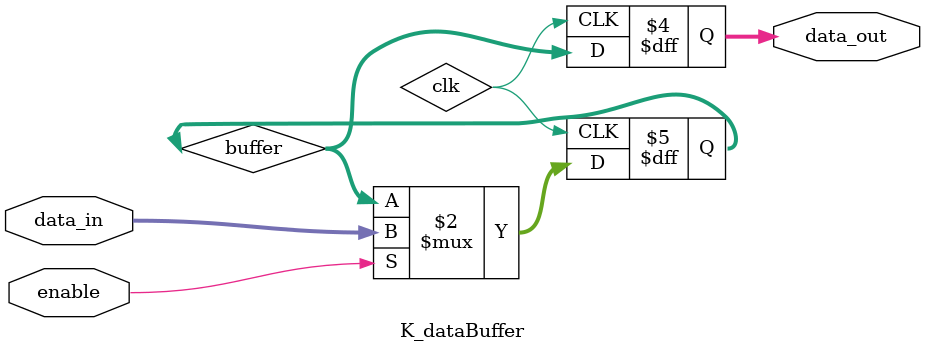
<source format=v>
module K_dataBuffer (
  input wire [31:0] data_in,
  input wire enable,
  output wire [31:0] data_out
);
  
  reg [31:0] buffer;

  always @(posedge clk) begin
    if (enable)
      buffer <= data_in; // Store input data in the buffer when enable signal is asserted
    data_out <= buffer; // Output the data stored in the buffer
  end

endmodule


	

</source>
